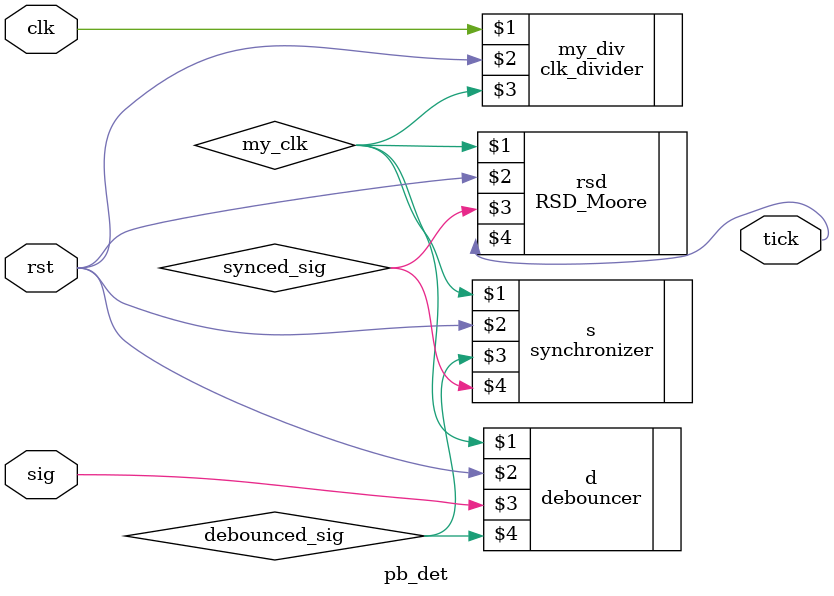
<source format=v>
`timescale 1ns / 1ps


module pb_det(input clk, input rst, input sig, output tick);

wire my_clk;
wire debounced_sig;
wire synced_sig;
clk_divider my_div(clk, rst, my_clk);
debouncer d(my_clk, rst, sig, debounced_sig);
synchronizer s(my_clk, rst, debounced_sig, synced_sig);
RSD_Moore rsd(my_clk, rst ,synced_sig, tick);

endmodule

</source>
